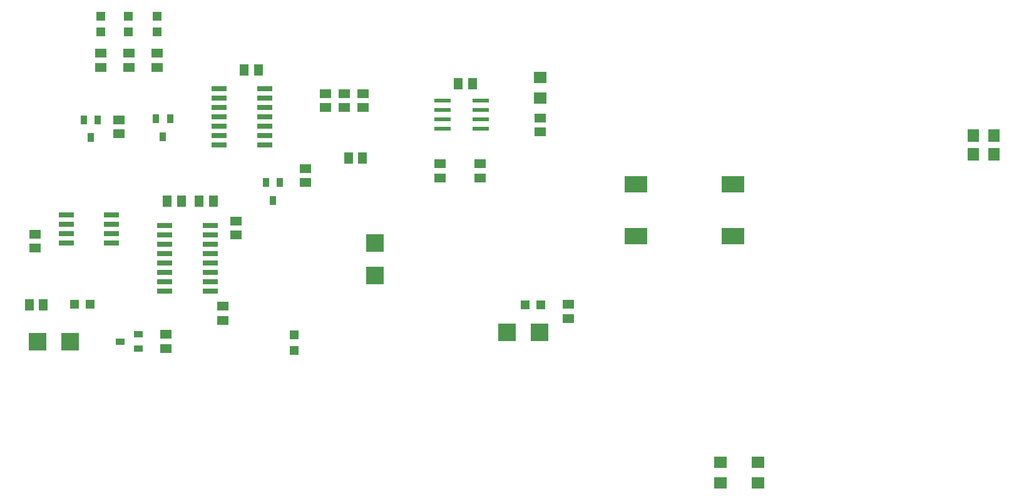
<source format=gbr>
G04 EAGLE Gerber RS-274X export*
G75*
%MOMM*%
%FSLAX34Y34*%
%LPD*%
%INSolderpaste Top*%
%IPPOS*%
%AMOC8*
5,1,8,0,0,1.08239X$1,22.5*%
G01*
%ADD10R,1.500000X1.300000*%
%ADD11R,1.300000X1.500000*%
%ADD12R,1.800000X1.600000*%
%ADD13R,1.300000X1.600000*%
%ADD14R,2.400000X2.400000*%
%ADD15R,3.150000X2.200000*%
%ADD16R,2.032000X0.660400*%
%ADD17R,2.200000X0.600000*%
%ADD18R,1.200000X1.200000*%
%ADD19R,0.900000X1.200000*%
%ADD20R,1.200000X0.900000*%
%ADD21R,1.803000X1.600000*%
%ADD22R,1.600000X1.803000*%


D10*
X576580Y620370D03*
X576580Y601370D03*
D11*
X587400Y825500D03*
X606400Y825500D03*
X895960Y806450D03*
X876960Y806450D03*
D10*
X906780Y697840D03*
X906780Y678840D03*
D12*
X988060Y787370D03*
X988060Y815370D03*
D10*
X722630Y793090D03*
X722630Y774090D03*
D13*
X525940Y647700D03*
X545940Y647700D03*
D14*
X987200Y469900D03*
X943200Y469900D03*
D15*
X1117600Y600000D03*
X1117600Y670000D03*
X1248410Y600000D03*
X1248410Y670000D03*
D14*
X308200Y457200D03*
X352200Y457200D03*
X764540Y546960D03*
X764540Y590960D03*
D16*
X479806Y614680D03*
X541274Y614680D03*
X479806Y601980D03*
X479806Y589280D03*
X541274Y601980D03*
X541274Y589280D03*
X479806Y576580D03*
X541274Y576580D03*
X479806Y563880D03*
X541274Y563880D03*
X479806Y551180D03*
X479806Y538480D03*
X541274Y551180D03*
X541274Y538480D03*
X479806Y525780D03*
X541274Y525780D03*
D17*
X855380Y770890D03*
X907380Y770890D03*
X855380Y783590D03*
X855380Y758190D03*
X855380Y745490D03*
X907380Y783590D03*
X907380Y758190D03*
X907380Y745490D03*
D16*
X614934Y723900D03*
X553466Y723900D03*
X614934Y736600D03*
X614934Y749300D03*
X553466Y736600D03*
X553466Y749300D03*
X614934Y762000D03*
X553466Y762000D03*
X614934Y774700D03*
X614934Y787400D03*
X553466Y774700D03*
X553466Y787400D03*
X614934Y800100D03*
X553466Y800100D03*
D18*
X967400Y506730D03*
X988400Y506730D03*
X430530Y898230D03*
X430530Y877230D03*
X469900Y898230D03*
X469900Y877230D03*
X393700Y898230D03*
X393700Y877230D03*
D16*
X346456Y628650D03*
X407924Y628650D03*
X346456Y615950D03*
X346456Y603250D03*
X407924Y615950D03*
X407924Y603250D03*
X346456Y590550D03*
X407924Y590550D03*
D19*
X477520Y734760D03*
X468020Y758760D03*
X487020Y758760D03*
X626110Y648400D03*
X616610Y672400D03*
X635610Y672400D03*
X379730Y733490D03*
X370230Y757490D03*
X389230Y757490D03*
D20*
X419800Y457200D03*
X443800Y466700D03*
X443800Y447700D03*
D21*
X1231900Y293620D03*
X1231900Y265180D03*
D10*
X697230Y793090D03*
X697230Y774090D03*
X748030Y774090D03*
X748030Y793090D03*
X481330Y466700D03*
X481330Y447700D03*
D11*
X483260Y647700D03*
X502260Y647700D03*
D10*
X1026160Y488340D03*
X1026160Y507340D03*
X670560Y691490D03*
X670560Y672490D03*
X417830Y738530D03*
X417830Y757530D03*
X304800Y602590D03*
X304800Y583590D03*
D21*
X1282700Y293620D03*
X1282700Y265180D03*
D10*
X988060Y760070D03*
X988060Y741070D03*
X469900Y828700D03*
X469900Y847700D03*
X431800Y828700D03*
X431800Y847700D03*
X393700Y828700D03*
X393700Y847700D03*
X852170Y678840D03*
X852170Y697840D03*
X558800Y485800D03*
X558800Y504800D03*
D11*
X315570Y506730D03*
X296570Y506730D03*
D18*
X378800Y508000D03*
X357800Y508000D03*
D11*
X728370Y706120D03*
X747370Y706120D03*
D18*
X655320Y445430D03*
X655320Y466430D03*
D22*
X1601720Y711200D03*
X1573280Y711200D03*
X1601720Y736600D03*
X1573280Y736600D03*
M02*

</source>
